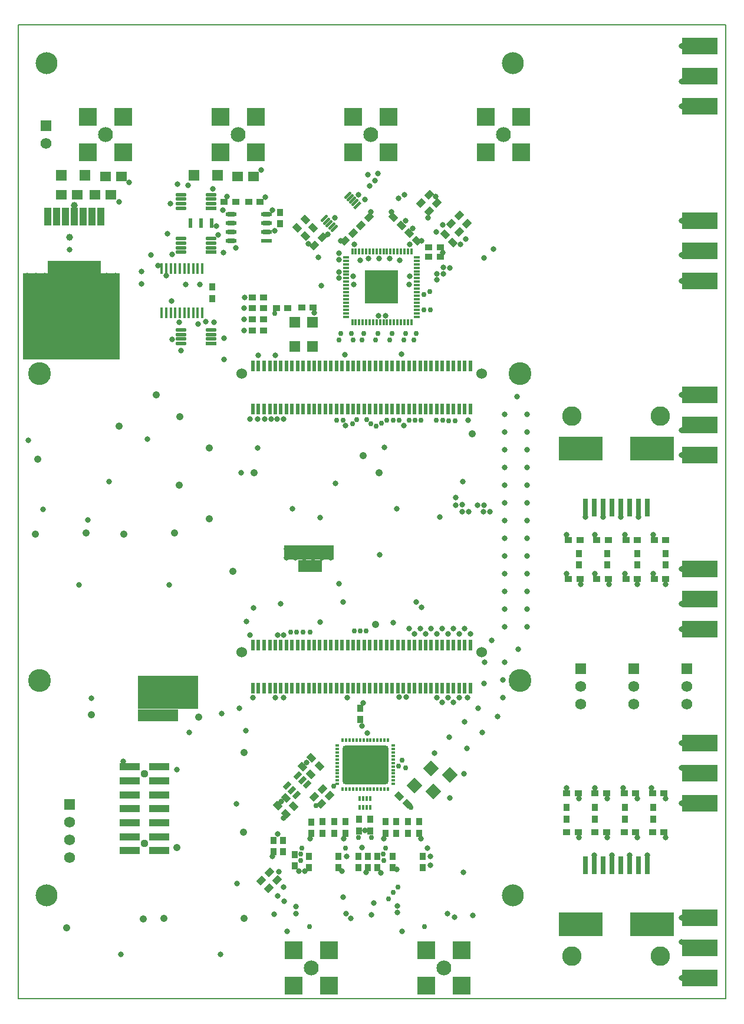
<source format=gts>
%FSTAX23Y23*%
%MOIN*%
%SFA1B1*%

%IPPOS*%
%AMD123*
4,1,4,-0.006700,-0.018000,0.018000,0.006700,0.006700,0.018000,-0.018000,-0.006700,-0.006700,-0.018000,0.0*
1,1,0.016000,0.012400,0.012400*
1,1,0.016000,-0.012400,-0.012400*
%
%AMD124*
4,1,4,-0.012400,-0.023700,0.023700,0.012400,0.012400,0.023700,-0.023700,-0.012400,-0.012400,-0.023700,0.0*
%
%AMD125*
4,1,4,0.006700,0.023700,-0.023700,-0.006700,-0.006700,-0.023700,0.023700,0.006700,0.006700,0.023700,0.0*
%
%AMD146*
4,1,4,0.003500,0.027600,-0.027600,-0.003500,-0.003500,-0.027600,0.027600,0.003500,0.003500,0.027600,0.0*
%
%AMD147*
4,1,4,-0.045400,0.000000,0.000000,-0.045400,0.045400,0.000000,0.000000,0.045400,-0.045400,0.000000,0.0*
%
%AMD148*
4,1,4,-0.027600,0.003500,0.003500,-0.027600,0.027600,-0.003500,-0.003500,0.027600,-0.027600,0.003500,0.0*
%
%AMD154*
4,1,8,-0.129000,0.095500,-0.129000,-0.095500,-0.116000,-0.108500,0.116000,-0.108500,0.129000,-0.095500,0.129000,0.095500,0.116000,0.108500,-0.116000,0.108500,-0.129000,0.095500,0.0*
1,1,0.026000,-0.116000,0.095500*
1,1,0.026000,-0.116000,-0.095500*
1,1,0.026000,0.116000,-0.095500*
1,1,0.026000,0.116000,0.095500*
%
%ADD51C,0.008000*%
%ADD58R,0.550000X0.490000*%
%ADD60R,0.285000X0.080000*%
%ADD91C,0.062000*%
%ADD95C,0.039000*%
%ADD116R,0.340000X0.190000*%
%ADD117R,0.225000X0.065000*%
%ADD118R,0.135000X0.070000*%
%ADD119R,0.039000X0.104000*%
%ADD120R,0.304000X0.304000*%
%ADD121R,0.112000X0.043000*%
%ADD122R,0.024000X0.056000*%
G04~CAMADD=123~3~0.0~0.0~510.0~160.0~0.0~0.0~0~0.0~0.0~0.0~0.0~0~0.0~0.0~0.0~0.0~0~0.0~0.0~0.0~225.0~406.0~406.0*
%ADD123D123*%
G04~CAMADD=124~9~0.0~0.0~510.0~160.0~0.0~0.0~0~0.0~0.0~0.0~0.0~0~0.0~0.0~0.0~0.0~0~0.0~0.0~0.0~225.0~474.0~473.0*
%ADD124D124*%
G04~CAMADD=125~9~0.0~0.0~430.0~240.0~0.0~0.0~0~0.0~0.0~0.0~0.0~0~0.0~0.0~0.0~0.0~0~0.0~0.0~0.0~45.0~474.0~473.0*
%ADD125D125*%
%ADD126R,0.024000X0.014000*%
%ADD127R,0.014000X0.024000*%
%ADD128R,0.015000X0.035000*%
%ADD129R,0.035000X0.015000*%
%ADD130R,0.016000X0.028000*%
%ADD131R,0.064000X0.054000*%
%ADD132R,0.064000X0.024000*%
%ADD133O,0.064000X0.024000*%
%ADD134O,0.064000X0.019000*%
%ADD135R,0.064000X0.019000*%
%ADD136R,0.016000X0.064000*%
%ADD137O,0.016000X0.064000*%
%ADD138R,0.024000X0.063000*%
%ADD139R,0.064000X0.064000*%
%ADD140R,0.204000X0.094000*%
%ADD141R,0.249000X0.134000*%
%ADD142R,0.026000X0.104000*%
%ADD143R,0.034000X0.044000*%
%ADD144R,0.044000X0.034000*%
%ADD145R,0.064000X0.064000*%
G04~CAMADD=146~9~0.0~0.0~440.0~340.0~0.0~0.0~0~0.0~0.0~0.0~0.0~0~0.0~0.0~0.0~0.0~0~0.0~0.0~0.0~45.0~552.0~551.0*
%ADD146D146*%
G04~CAMADD=147~10~0.0~643.5~0.0~0.0~0.0~0.0~0~0.0~0.0~0.0~0.0~0~0.0~0.0~0.0~0.0~0~0.0~0.0~0.0~135.0~643.5~0.0*
%ADD147D147*%
G04~CAMADD=148~9~0.0~0.0~440.0~340.0~0.0~0.0~0~0.0~0.0~0.0~0.0~0~0.0~0.0~0.0~0.0~0~0.0~0.0~0.0~135.0~552.0~551.0*
%ADD148D148*%
%ADD149R,0.189000X0.189000*%
%ADD150C,0.084000*%
%ADD151R,0.104000X0.104000*%
%ADD152C,0.044000*%
%ADD153R,0.062000X0.062000*%
G04~CAMADD=154~8~0.0~0.0~2170.0~2580.0~130.0~0.0~15~0.0~0.0~0.0~0.0~0~0.0~0.0~0.0~0.0~0~0.0~0.0~0.0~90.0~2580.0~2170.0*
%ADD154D154*%
%ADD155C,0.060000*%
%ADD156C,0.110000*%
%ADD157C,0.124000*%
%ADD158C,0.129000*%
%ADD159C,0.032000*%
%ADD160C,0.042000*%
%ADD161C,0.030000*%
G54D51*
X04Y0D02*
Y055D01*
X01193D02*
X04D01*
X0Y01681D02*
Y0365D01*
X00753Y0D02*
X04D01*
X0D02*
Y01681D01*
Y0D02*
X00753D01*
X0Y055D02*
X01193D01*
X0Y0365D02*
Y055D01*
G54D58*
X003Y03855D03*
G54D60*
X01643Y0252D03*
G54D91*
X00289Y00998D03*
Y00898D03*
Y00798D03*
X00155Y04832D03*
X0378Y01666D03*
Y01766D03*
X0348Y01666D03*
Y01766D03*
X0318Y01666D03*
Y01766D03*
X02053Y04022D03*
G54D95*
X00315Y0448D03*
X0029Y04302D03*
G54D116*
X00845Y0173D03*
G54D117*
X00788Y01602D03*
G54D118*
X01648Y02445D03*
G54D119*
X00465Y04417D03*
X00415D03*
X00365D03*
X00315D03*
X00265D03*
X00215D03*
X00165D03*
G54D120*
X00315Y04017D03*
G54D121*
X0063Y0131D03*
Y00916D03*
X00797D03*
X0063Y00838D03*
X00797D03*
X0063Y01074D03*
X00797D03*
X0063Y00995D03*
X00797D03*
Y0131D03*
X0063Y01231D03*
X00797D03*
X0063Y01153D03*
X00797D03*
G54D122*
X01094Y04382D03*
X01033D03*
X00972D03*
G54D123*
X01861Y04539D03*
X01729Y04407D03*
X01743Y04393D03*
X01785Y04351D03*
X01757Y04379D03*
X01889Y04511D03*
X01903Y04497D03*
X01875Y04525D03*
X01771Y04365D03*
G54D124*
X01917Y04483D03*
G54D125*
X0152Y01204D03*
X01546Y01178D03*
X01573Y01151D03*
X01579Y01263D03*
X01605Y01236D03*
X01631Y0121D03*
G54D126*
X02119Y01215D03*
Y01234D03*
Y01254D03*
Y01274D03*
Y01293D03*
Y01313D03*
Y01333D03*
Y01352D03*
Y01372D03*
Y01392D03*
Y01411D03*
Y01431D03*
X01802D03*
Y01411D03*
Y01392D03*
Y01372D03*
Y01352D03*
Y01333D03*
Y01313D03*
Y01293D03*
Y01274D03*
Y01254D03*
Y01234D03*
Y01215D03*
G54D127*
X01833Y01184D03*
X01853D03*
X01872D03*
X01892D03*
X01912D03*
X01931D03*
X01951D03*
X01971D03*
X0199D03*
X0201D03*
X0203D03*
X0205D03*
X02069D03*
X02089D03*
Y01462D03*
X02069D03*
X0205D03*
X0203D03*
X0201D03*
X0199D03*
X01971D03*
X01951D03*
X01931D03*
X01912D03*
X01892D03*
X01872D03*
X01853D03*
X01833D03*
G54D128*
X02006Y04222D03*
X01986D03*
X01966D03*
X02025D03*
X01888D03*
X01907D03*
X01927D03*
X01947D03*
X02163Y0382D03*
X02183D03*
X02222D03*
X02203D03*
X02104Y04222D03*
X02084D03*
X02065D03*
X02045D03*
X01888Y0382D03*
X01907D03*
X02104D03*
X02124D03*
X02143D03*
X01966D03*
X01947D03*
X01927D03*
X02025D03*
X02006D03*
X01986D03*
X02084D03*
X02065D03*
X02045D03*
X02183Y04222D03*
X02203D03*
X02222D03*
X02124D03*
X02143D03*
X02163D03*
G54D129*
X01854Y03873D03*
Y03853D03*
X02251Y0409D03*
Y04109D03*
Y04129D03*
Y04149D03*
Y03893D03*
Y03912D03*
Y03932D03*
Y04011D03*
Y04031D03*
Y0405D03*
Y0407D03*
X01854Y04188D03*
Y04168D03*
Y04149D03*
Y04129D03*
Y0405D03*
Y04031D03*
Y04011D03*
Y03893D03*
Y0409D03*
Y04109D03*
Y0407D03*
Y03971D03*
Y03991D03*
Y03932D03*
Y03952D03*
Y03912D03*
X02251Y03873D03*
Y03853D03*
Y03991D03*
Y03971D03*
Y03952D03*
Y04188D03*
Y04168D03*
G54D130*
X01989Y01081D03*
X01969D03*
X0195D03*
X0193D03*
Y01132D03*
X0195D03*
X01969D03*
X01989D03*
G54D131*
X00524Y04541D03*
X00434D03*
X00332D03*
X00242D03*
X00581Y04645D03*
X00491D03*
X0133D03*
X0124D03*
G54D132*
X01402Y04282D03*
G54D133*
X01402Y04332D03*
Y04382D03*
Y04432D03*
X01202Y04282D03*
Y04332D03*
Y04382D03*
Y04432D03*
G54D134*
X00918Y04542D03*
X01088D03*
X00918Y04517D03*
Y04491D03*
Y04466D03*
X01088Y04517D03*
Y04491D03*
X00918Y04294D03*
X01088D03*
X00918Y04268D03*
Y04243D03*
Y04217D03*
X01088Y04268D03*
Y04243D03*
X00918Y03779D03*
X01088D03*
X00918Y03753D03*
Y03728D03*
Y03702D03*
X01088Y03753D03*
Y03728D03*
G54D135*
X01088Y04466D03*
Y04217D03*
Y03702D03*
G54D136*
X0104Y04126D03*
G54D137*
X01014Y04126D03*
X00989D03*
X00963D03*
X00938D03*
X00912D03*
X00886D03*
X00861D03*
X00835D03*
X0081D03*
X0104Y03874D03*
X01014D03*
X00989D03*
X00963D03*
X00938D03*
X00912D03*
X00886D03*
X00861D03*
X00835D03*
X0081D03*
G54D138*
X01326Y03574D03*
Y03331D03*
X01357Y03574D03*
Y03331D03*
X01389Y03574D03*
Y03331D03*
X01421Y03574D03*
Y03331D03*
X01452Y03574D03*
Y03331D03*
X01484Y03574D03*
Y03331D03*
X01515Y03574D03*
Y03331D03*
X01546Y03574D03*
Y03331D03*
X01578Y03574D03*
Y03331D03*
X0161Y03574D03*
Y03331D03*
X01641Y03574D03*
Y03331D03*
X01673Y03574D03*
Y03331D03*
X01704Y03574D03*
Y03331D03*
X01735Y03574D03*
Y03331D03*
X01767Y03574D03*
Y03331D03*
X01798Y03574D03*
Y03331D03*
X0183Y03574D03*
Y03331D03*
X01862Y03574D03*
Y03331D03*
X01893Y03574D03*
Y03331D03*
X01924Y03574D03*
Y03331D03*
X01956Y03574D03*
Y03331D03*
X01987Y03574D03*
Y03331D03*
X02019Y03574D03*
Y03331D03*
X0205Y03574D03*
Y03331D03*
X02082Y03574D03*
Y03331D03*
X02114Y03574D03*
Y03331D03*
X02145Y03574D03*
Y03331D03*
X02177Y03574D03*
Y03331D03*
X02208Y03574D03*
Y03331D03*
X0224Y03574D03*
Y03331D03*
X02271Y03574D03*
Y03331D03*
X02303Y03574D03*
Y03331D03*
X02334Y03574D03*
Y03331D03*
X02365Y03574D03*
Y03331D03*
X02397Y03574D03*
Y03331D03*
X02428Y03574D03*
Y03331D03*
X0246Y03574D03*
Y03331D03*
X02491Y03574D03*
Y03331D03*
X02523Y03574D03*
Y03331D03*
X02555Y03574D03*
Y03331D03*
X01326Y01999D03*
Y01756D03*
X01357Y01999D03*
Y01756D03*
X01389Y01999D03*
Y01756D03*
X01421Y01999D03*
Y01756D03*
X01452Y01999D03*
Y01756D03*
X01484Y01999D03*
Y01756D03*
X01515Y01999D03*
Y01756D03*
X01546Y01999D03*
Y01756D03*
X01578Y01999D03*
Y01756D03*
X0161Y01999D03*
Y01756D03*
X01641Y01999D03*
Y01756D03*
X01673Y01999D03*
Y01756D03*
X01704Y01999D03*
Y01756D03*
X01735Y01999D03*
Y01756D03*
X01767Y01999D03*
Y01756D03*
X01798Y01999D03*
Y01756D03*
X0183Y01999D03*
Y01756D03*
X01862Y01999D03*
Y01756D03*
X01893Y01999D03*
Y01756D03*
X01924Y01999D03*
Y01756D03*
X01956Y01999D03*
Y01756D03*
X01987Y01999D03*
Y01756D03*
X02019Y01999D03*
Y01756D03*
X0205Y01999D03*
Y01756D03*
X02082Y01999D03*
Y01756D03*
X02114Y01999D03*
Y01756D03*
X02145Y01999D03*
Y01756D03*
X02177Y01999D03*
Y01756D03*
X02208Y01999D03*
Y01756D03*
X0224Y01999D03*
Y01756D03*
X02271Y01999D03*
Y01756D03*
X02303Y01999D03*
Y01756D03*
X02334Y01999D03*
Y01756D03*
X02365Y01999D03*
Y01756D03*
X02397Y01999D03*
Y01756D03*
X02428Y01999D03*
Y01756D03*
X0246Y01999D03*
Y01756D03*
X02491Y01999D03*
Y01756D03*
X02523Y01999D03*
Y01756D03*
X02555Y01999D03*
Y01756D03*
G54D139*
X00241Y0465D03*
X00376D03*
X00991D03*
X01126D03*
G54D140*
X03852Y05211D03*
Y04226D03*
Y03242D03*
Y02258D03*
Y01274D03*
Y00289D03*
Y05041D03*
Y05381D03*
Y04056D03*
Y04396D03*
Y03072D03*
Y03412D03*
Y02088D03*
Y02428D03*
Y01104D03*
Y01444D03*
Y00119D03*
Y00459D03*
G54D141*
X03582Y03109D03*
X03178D03*
X03582Y00421D03*
X03178D03*
G54D142*
X03555Y02776D03*
X03505D03*
X03455D03*
X03405D03*
X03205D03*
X03255D03*
X03305D03*
X03355D03*
X03405Y00754D03*
X03455D03*
X03505D03*
X03555D03*
X03355D03*
X03305D03*
X03255D03*
X03205D03*
G54D143*
X0366Y0245D03*
Y02515D03*
X0317Y0245D03*
Y02515D03*
X0333Y0245D03*
Y02515D03*
X035Y0245D03*
Y02515D03*
X0359Y0108D03*
Y01015D03*
X0343Y0108D03*
Y01015D03*
X0326Y0108D03*
Y01015D03*
X031Y0108D03*
Y01015D03*
X01808Y0074D03*
Y00805D03*
X01641Y0074D03*
Y00805D03*
X02285Y0074D03*
Y00805D03*
X02115Y0074D03*
Y00805D03*
X01496Y00896D03*
Y00831D03*
X01443Y00896D03*
Y00831D03*
X01922Y0074D03*
Y00805D03*
X01975Y0074D03*
Y00805D03*
X01786Y00935D03*
Y01D03*
X01657Y00999D03*
Y00934D03*
X0172Y00935D03*
Y01D03*
X01927Y01014D03*
Y00949D03*
X0199Y01014D03*
Y00949D03*
X02203Y00935D03*
Y01D03*
X02267Y00935D03*
Y01D03*
X02075D03*
Y00935D03*
X02136D03*
Y01D03*
X01849Y00935D03*
Y01D03*
X01478Y04378D03*
Y04443D03*
X01933Y01577D03*
Y01642D03*
X02029Y0074D03*
Y00805D03*
X01561Y00751D03*
Y00816D03*
X01096Y0402D03*
Y03955D03*
G54D144*
X0311Y0237D03*
X03175D03*
X0327D03*
X03335D03*
X035D03*
X03435D03*
X0366D03*
X03595D03*
X0311Y0259D03*
X03175D03*
X0327D03*
X03335D03*
X035D03*
X03435D03*
X0366D03*
X03595D03*
X0365Y0116D03*
X03585D03*
X0349D03*
X03425D03*
X0326D03*
X03325D03*
X031D03*
X03165D03*
X0365Y0094D03*
X03585D03*
X0349D03*
X03425D03*
X0326D03*
X03325D03*
X031D03*
X03165D03*
X02385Y04244D03*
X0232D03*
X01163Y045D03*
X01228D03*
X0232Y0419D03*
X02385D03*
X01666Y03905D03*
X01601D03*
X01458Y03903D03*
X01523D03*
X01387Y03901D03*
X01322D03*
Y03962D03*
X01387D03*
X01322Y03838D03*
X01387D03*
X01322Y03776D03*
X01387D03*
X01301Y045D03*
X01366D03*
G54D145*
X01661Y03821D03*
Y03686D03*
X01563Y03821D03*
Y03686D03*
G54D146*
X01673Y0114D03*
X01719Y01186D03*
X01372Y00668D03*
X01418Y00714D03*
X01417Y00624D03*
X01463Y0067D03*
X01758Y01148D03*
X01712Y01102D03*
X02493Y04424D03*
X02447Y04378D03*
X01847Y0428D03*
X01893Y04326D03*
X01936Y04369D03*
X01982Y04415D03*
X0172Y04301D03*
X01674Y04255D03*
X02491Y04332D03*
X02537Y04378D03*
X02275Y04496D03*
X02321Y04542D03*
Y04449D03*
X02367Y04495D03*
G54D147*
X0244Y01266D03*
X02345Y01171D03*
X02333Y01301D03*
X02238Y01206D03*
G54D148*
X02411Y04318D03*
X02457Y04272D03*
X02152Y01146D03*
X02198Y011D03*
X02254Y0428D03*
X02208Y04326D03*
X02165Y04369D03*
X02119Y04415D03*
X01621Y044D03*
X01667Y04354D03*
X01623Y04308D03*
X01577Y04354D03*
X01655Y0136D03*
X01701Y01314D03*
X01607Y01313D03*
X01653Y01267D03*
X01557Y01089D03*
X01511Y01135D03*
X01467Y01091D03*
X01513Y01045D03*
G54D149*
X02053Y04022D03*
G54D150*
X02405Y00174D03*
X01655D03*
X00492Y0488D03*
X01992Y04882D03*
X02742D03*
X01242Y0488D03*
G54D151*
X02505Y00074D03*
Y00274D03*
X02305D03*
Y00074D03*
X01755D03*
Y00274D03*
X01555D03*
Y00074D03*
X00592Y0478D03*
Y0498D03*
X00392D03*
Y0478D03*
X02092Y04782D03*
Y04982D03*
X01892D03*
Y04782D03*
X02842D03*
Y04982D03*
X02642D03*
Y04782D03*
X01342Y0478D03*
Y0498D03*
X01142D03*
Y0478D03*
G54D152*
X00714Y00877D03*
Y01271D03*
G54D153*
X00289Y01098D03*
X00155Y04932D03*
X0378Y01866D03*
X0348D03*
X0318D03*
G54D154*
X01961Y01323D03*
G54D155*
X02619Y03533D03*
X01262D03*
X02619Y01957D03*
X01262D03*
G54D156*
X0363Y0329D03*
X0313D03*
X0363Y0024D03*
X0313D03*
G54D157*
X0016Y05285D03*
Y00585D03*
X02795D03*
Y05285D03*
G54D158*
X00118Y01799D03*
X02835D03*
Y03531D03*
X00118D03*
G54D159*
X0029Y0423D03*
X0375Y0321D03*
Y0518D03*
Y042D03*
Y0223D03*
X0225Y0224D03*
X0228Y0221D03*
X02334Y0209D03*
X02208D03*
X0224Y0206D03*
X02271Y0209D03*
X02303Y0206D03*
X0366Y0234D03*
X035D03*
X0334D03*
X0318D03*
X02366Y0206D03*
X02397Y0209D03*
X02429Y0206D03*
X0246Y0209D03*
X02491Y0206D03*
X02523Y0209D03*
X02555Y0206D03*
X02152Y01705D03*
X0375Y01305D03*
Y0032D03*
X0358Y0119D03*
X0342D03*
X0326D03*
X031D03*
X02491Y017D03*
X031Y0262D03*
X0326D03*
X0343D03*
X0359D03*
X031Y024D03*
X0326D03*
X0343D03*
X0359D03*
X03205Y0272D03*
X03305D03*
X03405D03*
X03505D03*
X0366Y0091D03*
X035D03*
X0333D03*
X0317D03*
X0366Y0113D03*
X035D03*
X0333D03*
X0317D03*
X03255Y0081D03*
X03355D03*
X03455D03*
X03555D03*
X0375Y00119D03*
Y00459D03*
Y01104D03*
Y01444D03*
Y02088D03*
Y02428D03*
Y03072D03*
Y03412D03*
Y04056D03*
Y04396D03*
Y05041D03*
Y05381D03*
X02439Y04128D03*
X02546Y02751D03*
X02403Y0413D03*
X0251Y02751D03*
X02365Y0406D03*
X02472Y0283D03*
X02366Y04096D03*
X02474Y02789D03*
X02402Y04094D03*
X0251Y0279D03*
X02032Y0466D03*
X02665Y02751D03*
X02016Y04621D03*
X02629Y02752D03*
X01985Y0459D03*
X02631Y02788D03*
X0253Y04291D03*
X02595Y02789D03*
X0246Y01675D03*
X02397D03*
X02428Y017D03*
X02365D03*
X01835Y00575D03*
X01502Y00551D03*
X01466Y00581D03*
X015Y0063D03*
X01466Y02054D03*
X01452Y01702D03*
X01325D03*
X01452Y03634D03*
X01357D03*
X01353Y03275D03*
X01392D03*
X01428D03*
X01463D03*
X01435Y00805D03*
X01467Y00933D03*
X01474Y00719D03*
X0145Y04338D03*
X01435Y04455D03*
X02498Y04261D03*
X0223Y04351D03*
X01977Y04D03*
Y04049D03*
X02129Y04D03*
Y04049D03*
Y03946D03*
X01977D03*
X02031D03*
X0208D03*
X02061Y01323D03*
X02011D03*
X01861D03*
X01911D03*
X01861Y01375D03*
X02061D03*
X02011D03*
X01961D03*
X01911D03*
Y01271D03*
X01961D03*
X02011D03*
X02061D03*
X01861D03*
X01911Y01231D03*
X01961D03*
X02011D03*
X02061D03*
X01861D03*
Y01415D03*
X02061D03*
X02011D03*
X01961D03*
X01911D03*
X01765Y02543D03*
Y02493D03*
X0254Y01701D03*
X02192Y01705D03*
X01859Y01701D03*
X01498D03*
X015Y02054D03*
X01309D03*
X02541Y03268D03*
X01309Y03276D03*
X01498D03*
X01353Y03111D03*
X02165Y0364D03*
X01847Y03638D03*
X00579Y00251D03*
X01143D03*
X01237Y00651D03*
X01231Y01102D03*
X01285Y01516D03*
X00591Y01341D03*
X00411Y01699D03*
X00056Y03155D03*
X00512Y0292D03*
X00138Y02765D03*
X00394Y02706D03*
X00342Y02337D03*
X00851Y02339D03*
X01707Y02129D03*
X01481Y02231D03*
X01328Y02209D03*
X0212Y02125D03*
X01811Y02345D03*
X02044Y02507D03*
X01706Y02717D03*
X02381Y02722D03*
X02138Y02767D03*
X02513Y0292D03*
X02069Y03114D03*
X01793Y02912D03*
X01548Y02767D03*
X01161Y0361D03*
X01372Y0468D03*
X01748Y04319D03*
X00697Y04038D03*
X015Y0102D03*
X01949Y01672D03*
X01713Y04028D03*
X01697Y04187D03*
X02036Y03858D03*
X024Y04216D03*
X02075Y03858D03*
X01813Y04211D03*
Y0407D03*
X01822Y0428D03*
X02279D03*
X02108Y04445D03*
X01993D03*
X02212Y0426D03*
X01898D03*
X02157Y0417D03*
X02098Y0418D03*
X0208Y04098D03*
X02031D03*
X01977D03*
X02129D03*
X02208Y04035D03*
X02213Y0408D03*
X01892D03*
X01897Y04035D03*
X02039Y0418D03*
X0198D03*
X01933Y0417D03*
X01813Y04105D03*
Y04175D03*
X01279Y03963D03*
X01277Y03776D03*
Y03838D03*
Y03902D03*
X02427Y00482D03*
X02144Y00524D03*
Y00488D03*
X01854Y00481D03*
X02329Y00806D03*
X0196Y0095D03*
X024Y04372D03*
X02361Y0433D03*
X0219Y04395D03*
X0157Y00483D03*
Y00522D03*
X01971Y015D03*
X01673Y03875D03*
X01924Y0454D03*
X0196Y04514D03*
X01638Y04265D03*
X02148Y04521D03*
X02181Y04543D03*
X02316Y04412D03*
X02359Y04533D03*
X01788Y0441D03*
X01976Y04656D03*
X01942Y01541D03*
X01105Y0382D03*
X01164Y0373D03*
X0086Y0449D03*
X011Y04575D03*
X0113Y04315D03*
X0116Y04215D03*
X0112Y04365D03*
X0118Y0453D03*
X01395Y04529D03*
X00625Y0461D03*
X0057Y045D03*
X00865Y0394D03*
X0087Y03725D03*
X0185Y03238D03*
X0218D03*
X0075Y042D03*
X009Y046D03*
X0096Y04595D03*
X0092Y0366D03*
X01015Y0381D03*
X0106Y03825D03*
X0091Y0382D03*
X0087Y04205D03*
X01155Y04455D03*
X00843Y04321D03*
X0123Y0424D03*
X00835Y04085D03*
X0079Y0414D03*
X00947Y04036D03*
X01026D03*
X00697Y04109D03*
X0005Y04085D03*
X001D03*
X0015D03*
X002D03*
X0025D03*
X003D03*
X0035D03*
X004D03*
X0045D03*
X005D03*
X0055D03*
Y04035D03*
X005D03*
X0045D03*
X004D03*
X0035D03*
X003D03*
X0025D03*
X002D03*
X0015D03*
X001D03*
X0005D03*
X0055Y03985D03*
X005D03*
X0045D03*
X004D03*
X0035D03*
X003D03*
X0025D03*
X002D03*
X0015D03*
X001D03*
X0005D03*
X0055Y03935D03*
X005D03*
X0045D03*
X004D03*
X0035D03*
X003D03*
X0025D03*
X002D03*
X0015D03*
X001D03*
X0005D03*
X0055Y03885D03*
X005D03*
X0045D03*
X004D03*
X0035D03*
X003D03*
X0025D03*
X002D03*
X0015D03*
X001D03*
X0005D03*
X0055Y03835D03*
X005D03*
X0045D03*
X004D03*
X0035D03*
X003D03*
X0025D03*
X002D03*
X0015D03*
X001D03*
X0005D03*
X0055Y03785D03*
X005D03*
X0045D03*
X004D03*
X0035D03*
X003D03*
X0025D03*
X002D03*
X0015D03*
X001D03*
X0005D03*
X0055Y03735D03*
X005D03*
X0045D03*
X004D03*
X0035D03*
X003D03*
X0025D03*
X002D03*
X0015D03*
X001D03*
X0005D03*
X0055Y03685D03*
X005D03*
X0045D03*
X004D03*
X0035D03*
X003D03*
X0025D03*
X002D03*
X0015D03*
X001D03*
X0005D03*
X0055Y03635D03*
X005D03*
X0045D03*
X004D03*
X0035D03*
X003D03*
X0025D03*
X002D03*
X0015D03*
X001D03*
X0005D03*
X01485Y01116D03*
X0163Y01335D03*
X0184Y00905D03*
X01648Y00904D03*
X02066Y00905D03*
X02276D03*
X01857Y00805D03*
X01965Y00715D03*
X0217Y0038D03*
X01518D03*
X02515Y00714D03*
X02685Y04235D03*
X02633Y04185D03*
X02049Y0071D03*
X01585Y0072D03*
X0201Y0054D03*
X01995Y00474D03*
X01445Y00477D03*
X0257Y0047D03*
X0188Y00455D03*
X02465Y0046D03*
X00965Y01506D03*
X00745Y01805D03*
X00795D03*
X00845D03*
X00895D03*
X00945D03*
X00995D03*
X00745Y01755D03*
X00795D03*
X00845D03*
X00895D03*
X00945D03*
X00995D03*
X00745Y01705D03*
X00795D03*
X00845D03*
X00895D03*
X00945D03*
X00995D03*
X00745Y01655D03*
X00795D03*
X00845D03*
X00895D03*
X00945D03*
X00995D03*
X00695D03*
Y01705D03*
Y01755D03*
Y01805D03*
X0088Y01605D03*
X0083D03*
X0078D03*
X00895Y01295D03*
X0073Y0316D03*
X0126Y0297D03*
X016Y02443D03*
X0165D03*
X017D03*
X01515Y02543D03*
Y02493D03*
X01715D03*
X01665D03*
X01615D03*
X01565D03*
X01715Y02543D03*
X01665D03*
X01615D03*
X01565D03*
X01942Y00855D03*
X01835Y0224D03*
X02875Y033D03*
Y032D03*
Y031D03*
Y03D03*
Y029D03*
Y028D03*
Y023D03*
Y024D03*
Y025D03*
Y026D03*
Y027D03*
Y021D03*
Y022D03*
X02825Y01975D03*
X0275Y019D03*
Y021D03*
Y022D03*
Y023D03*
Y024D03*
Y025D03*
Y026D03*
Y027D03*
Y031D03*
Y03D03*
Y029D03*
Y028D03*
Y032D03*
Y033D03*
X02675Y02025D03*
X0282Y034D03*
X02523Y01566D03*
X02598Y01641D03*
X02708Y01594D03*
X0274Y018D03*
Y017D03*
X02622Y01505D03*
X02536Y01416D03*
X02437Y01477D03*
X02632Y0178D03*
X02635Y019D03*
X02519Y01271D03*
X02439Y01136D03*
X02352Y01388D03*
X02312Y00851D03*
X0233Y00755D03*
X0162Y0072D03*
X0183D03*
X0214Y0073D03*
X0129Y0213D03*
X0125Y0164D03*
X0115Y0161D03*
G54D160*
X0078Y0341D03*
X00824Y00455D03*
X00274Y004D03*
X00895Y00854D03*
X0011Y03049D03*
X02038Y02973D03*
X0091Y02901D03*
X0108Y02711D03*
X01331Y0297D03*
X00597Y02625D03*
X00097D03*
X01212Y02415D03*
X00411Y01605D03*
X02565Y03191D03*
X0195Y03067D03*
X02019Y02116D03*
X01276Y00454D03*
X00705Y00453D03*
X01274Y00943D03*
X00382Y02631D03*
X00882D03*
X01275Y01393D03*
X00911Y03287D03*
X0108Y0311D03*
X00569Y03234D03*
X0102Y0159D03*
G54D161*
X01811Y03722D03*
X018Y03267D03*
X01823Y03759D03*
X01835Y03267D03*
X01539Y02071D03*
X02093Y00566D03*
X01574Y02071D03*
X0212Y00601D03*
X01609Y02071D03*
X0165D03*
X02146Y00631D03*
X01596Y00783D03*
X01997Y00912D03*
X0219Y03759D03*
X02178Y03722D03*
X01994Y03249D03*
X01941Y03722D03*
X01968Y03272D03*
X01953Y03759D03*
X02032D03*
X02053Y03251D03*
X02024Y03234D03*
X0202Y03722D03*
X01913Y03272D03*
X02468Y03266D03*
X02327Y03995D03*
X02292Y03977D03*
X02433Y03266D03*
X02399Y03267D03*
X02364D03*
X0233Y03891D03*
X02294D03*
X02297Y00407D03*
X01645D03*
X01596Y00818D03*
X02218Y0108D03*
X01683Y01093D03*
X0145Y03872D03*
X02062Y00818D03*
X02075Y00851D03*
X02065Y00783D03*
X01922Y00912D03*
X01848Y00852D03*
X01604D03*
X01784Y012D03*
X01888Y03247D03*
X02111Y03759D03*
X02099Y03722D03*
X02118Y03267D03*
X02083D03*
X02152D03*
X02208D03*
X02276D03*
X02241D03*
X02249Y03759D03*
X02237Y03722D03*
X01893D03*
X01881Y03759D03*
X01967Y02077D03*
X01934D03*
X019D03*
X0219Y01305D03*
X0215Y01315D03*
X02168Y01347D03*
M02*
</source>
